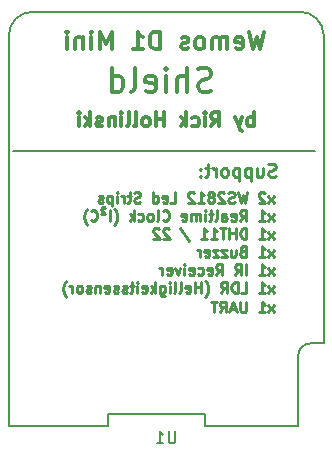
<source format=gbr>
G04 #@! TF.GenerationSoftware,KiCad,Pcbnew,(5.0.0)*
G04 #@! TF.CreationDate,2018-11-11T21:07:20+01:00*
G04 #@! TF.ProjectId,Platine,506C6174696E652E6B696361645F7063,rev?*
G04 #@! TF.SameCoordinates,Original*
G04 #@! TF.FileFunction,Legend,Bot*
G04 #@! TF.FilePolarity,Positive*
%FSLAX46Y46*%
G04 Gerber Fmt 4.6, Leading zero omitted, Abs format (unit mm)*
G04 Created by KiCad (PCBNEW (5.0.0)) date 11/11/18 21:07:20*
%MOMM*%
%LPD*%
G01*
G04 APERTURE LIST*
%ADD10C,0.225000*%
%ADD11C,0.300000*%
%ADD12C,0.200000*%
%ADD13C,0.275000*%
%ADD14C,0.150000*%
G04 APERTURE END LIST*
D10*
X157713178Y-89942142D02*
X157241750Y-89342142D01*
X157713178Y-89342142D02*
X157241750Y-89942142D01*
X156427464Y-89942142D02*
X156941750Y-89942142D01*
X156684607Y-89942142D02*
X156684607Y-89042142D01*
X156770321Y-89170714D01*
X156856035Y-89256428D01*
X156941750Y-89299285D01*
X155356035Y-89042142D02*
X155356035Y-89770714D01*
X155313178Y-89856428D01*
X155270321Y-89899285D01*
X155184607Y-89942142D01*
X155013178Y-89942142D01*
X154927464Y-89899285D01*
X154884607Y-89856428D01*
X154841750Y-89770714D01*
X154841750Y-89042142D01*
X154456035Y-89685000D02*
X154027464Y-89685000D01*
X154541750Y-89942142D02*
X154241750Y-89042142D01*
X153941750Y-89942142D01*
X153127464Y-89942142D02*
X153427464Y-89513571D01*
X153641750Y-89942142D02*
X153641750Y-89042142D01*
X153298892Y-89042142D01*
X153213178Y-89085000D01*
X153170321Y-89127857D01*
X153127464Y-89213571D01*
X153127464Y-89342142D01*
X153170321Y-89427857D01*
X153213178Y-89470714D01*
X153298892Y-89513571D01*
X153641750Y-89513571D01*
X152870321Y-89042142D02*
X152356035Y-89042142D01*
X152613178Y-89942142D02*
X152613178Y-89042142D01*
D11*
X152383595Y-71167523D02*
X152097880Y-71262761D01*
X151621690Y-71262761D01*
X151431214Y-71167523D01*
X151335976Y-71072285D01*
X151240738Y-70881809D01*
X151240738Y-70691333D01*
X151335976Y-70500857D01*
X151431214Y-70405619D01*
X151621690Y-70310380D01*
X152002642Y-70215142D01*
X152193119Y-70119904D01*
X152288357Y-70024666D01*
X152383595Y-69834190D01*
X152383595Y-69643714D01*
X152288357Y-69453238D01*
X152193119Y-69358000D01*
X152002642Y-69262761D01*
X151526452Y-69262761D01*
X151240738Y-69358000D01*
X150383595Y-71262761D02*
X150383595Y-69262761D01*
X149526452Y-71262761D02*
X149526452Y-70215142D01*
X149621690Y-70024666D01*
X149812166Y-69929428D01*
X150097880Y-69929428D01*
X150288357Y-70024666D01*
X150383595Y-70119904D01*
X148574071Y-71262761D02*
X148574071Y-69929428D01*
X148574071Y-69262761D02*
X148669309Y-69358000D01*
X148574071Y-69453238D01*
X148478833Y-69358000D01*
X148574071Y-69262761D01*
X148574071Y-69453238D01*
X146859785Y-71167523D02*
X147050261Y-71262761D01*
X147431214Y-71262761D01*
X147621690Y-71167523D01*
X147716928Y-70977047D01*
X147716928Y-70215142D01*
X147621690Y-70024666D01*
X147431214Y-69929428D01*
X147050261Y-69929428D01*
X146859785Y-70024666D01*
X146764547Y-70215142D01*
X146764547Y-70405619D01*
X147716928Y-70596095D01*
X145621690Y-71262761D02*
X145812166Y-71167523D01*
X145907404Y-70977047D01*
X145907404Y-69262761D01*
X144002642Y-71262761D02*
X144002642Y-69262761D01*
X144002642Y-71167523D02*
X144193119Y-71262761D01*
X144574071Y-71262761D01*
X144764547Y-71167523D01*
X144859785Y-71072285D01*
X144955023Y-70881809D01*
X144955023Y-70310380D01*
X144859785Y-70119904D01*
X144764547Y-70024666D01*
X144574071Y-69929428D01*
X144193119Y-69929428D01*
X144002642Y-70024666D01*
D10*
X157713178Y-88291142D02*
X157241750Y-87691142D01*
X157713178Y-87691142D02*
X157241750Y-88291142D01*
X156427464Y-88291142D02*
X156941750Y-88291142D01*
X156684607Y-88291142D02*
X156684607Y-87391142D01*
X156770321Y-87519714D01*
X156856035Y-87605428D01*
X156941750Y-87648285D01*
X154927464Y-88291142D02*
X155356035Y-88291142D01*
X155356035Y-87391142D01*
X154627464Y-88291142D02*
X154627464Y-87391142D01*
X154413178Y-87391142D01*
X154284607Y-87434000D01*
X154198892Y-87519714D01*
X154156035Y-87605428D01*
X154113178Y-87776857D01*
X154113178Y-87905428D01*
X154156035Y-88076857D01*
X154198892Y-88162571D01*
X154284607Y-88248285D01*
X154413178Y-88291142D01*
X154627464Y-88291142D01*
X153213178Y-88291142D02*
X153513178Y-87862571D01*
X153727464Y-88291142D02*
X153727464Y-87391142D01*
X153384607Y-87391142D01*
X153298892Y-87434000D01*
X153256035Y-87476857D01*
X153213178Y-87562571D01*
X153213178Y-87691142D01*
X153256035Y-87776857D01*
X153298892Y-87819714D01*
X153384607Y-87862571D01*
X153727464Y-87862571D01*
X151884607Y-88634000D02*
X151927464Y-88591142D01*
X152013178Y-88462571D01*
X152056035Y-88376857D01*
X152098892Y-88248285D01*
X152141750Y-88034000D01*
X152141750Y-87862571D01*
X152098892Y-87648285D01*
X152056035Y-87519714D01*
X152013178Y-87434000D01*
X151927464Y-87305428D01*
X151884607Y-87262571D01*
X151541750Y-88291142D02*
X151541750Y-87391142D01*
X151541750Y-87819714D02*
X151027464Y-87819714D01*
X151027464Y-88291142D02*
X151027464Y-87391142D01*
X150256035Y-88248285D02*
X150341750Y-88291142D01*
X150513178Y-88291142D01*
X150598892Y-88248285D01*
X150641750Y-88162571D01*
X150641750Y-87819714D01*
X150598892Y-87734000D01*
X150513178Y-87691142D01*
X150341750Y-87691142D01*
X150256035Y-87734000D01*
X150213178Y-87819714D01*
X150213178Y-87905428D01*
X150641750Y-87991142D01*
X149698892Y-88291142D02*
X149784607Y-88248285D01*
X149827464Y-88162571D01*
X149827464Y-87391142D01*
X149227464Y-88291142D02*
X149313178Y-88248285D01*
X149356035Y-88162571D01*
X149356035Y-87391142D01*
X148884607Y-88291142D02*
X148884607Y-87691142D01*
X148884607Y-87391142D02*
X148927464Y-87434000D01*
X148884607Y-87476857D01*
X148841750Y-87434000D01*
X148884607Y-87391142D01*
X148884607Y-87476857D01*
X148070321Y-87691142D02*
X148070321Y-88419714D01*
X148113178Y-88505428D01*
X148156035Y-88548285D01*
X148241750Y-88591142D01*
X148370321Y-88591142D01*
X148456035Y-88548285D01*
X148070321Y-88248285D02*
X148156035Y-88291142D01*
X148327464Y-88291142D01*
X148413178Y-88248285D01*
X148456035Y-88205428D01*
X148498892Y-88119714D01*
X148498892Y-87862571D01*
X148456035Y-87776857D01*
X148413178Y-87734000D01*
X148327464Y-87691142D01*
X148156035Y-87691142D01*
X148070321Y-87734000D01*
X147641750Y-88291142D02*
X147641750Y-87391142D01*
X147556035Y-87948285D02*
X147298892Y-88291142D01*
X147298892Y-87691142D02*
X147641750Y-88034000D01*
X146570321Y-88248285D02*
X146656035Y-88291142D01*
X146827464Y-88291142D01*
X146913178Y-88248285D01*
X146956035Y-88162571D01*
X146956035Y-87819714D01*
X146913178Y-87734000D01*
X146827464Y-87691142D01*
X146656035Y-87691142D01*
X146570321Y-87734000D01*
X146527464Y-87819714D01*
X146527464Y-87905428D01*
X146956035Y-87991142D01*
X146141750Y-88291142D02*
X146141750Y-87691142D01*
X146141750Y-87391142D02*
X146184607Y-87434000D01*
X146141750Y-87476857D01*
X146098892Y-87434000D01*
X146141750Y-87391142D01*
X146141750Y-87476857D01*
X145841750Y-87691142D02*
X145498892Y-87691142D01*
X145713178Y-87391142D02*
X145713178Y-88162571D01*
X145670321Y-88248285D01*
X145584607Y-88291142D01*
X145498892Y-88291142D01*
X145241750Y-88248285D02*
X145156035Y-88291142D01*
X144984607Y-88291142D01*
X144898892Y-88248285D01*
X144856035Y-88162571D01*
X144856035Y-88119714D01*
X144898892Y-88034000D01*
X144984607Y-87991142D01*
X145113178Y-87991142D01*
X145198892Y-87948285D01*
X145241750Y-87862571D01*
X145241750Y-87819714D01*
X145198892Y-87734000D01*
X145113178Y-87691142D01*
X144984607Y-87691142D01*
X144898892Y-87734000D01*
X144513178Y-88248285D02*
X144427464Y-88291142D01*
X144256035Y-88291142D01*
X144170321Y-88248285D01*
X144127464Y-88162571D01*
X144127464Y-88119714D01*
X144170321Y-88034000D01*
X144256035Y-87991142D01*
X144384607Y-87991142D01*
X144470321Y-87948285D01*
X144513178Y-87862571D01*
X144513178Y-87819714D01*
X144470321Y-87734000D01*
X144384607Y-87691142D01*
X144256035Y-87691142D01*
X144170321Y-87734000D01*
X143398892Y-88248285D02*
X143484607Y-88291142D01*
X143656035Y-88291142D01*
X143741750Y-88248285D01*
X143784607Y-88162571D01*
X143784607Y-87819714D01*
X143741750Y-87734000D01*
X143656035Y-87691142D01*
X143484607Y-87691142D01*
X143398892Y-87734000D01*
X143356035Y-87819714D01*
X143356035Y-87905428D01*
X143784607Y-87991142D01*
X142970321Y-87691142D02*
X142970321Y-88291142D01*
X142970321Y-87776857D02*
X142927464Y-87734000D01*
X142841750Y-87691142D01*
X142713178Y-87691142D01*
X142627464Y-87734000D01*
X142584607Y-87819714D01*
X142584607Y-88291142D01*
X142198892Y-88248285D02*
X142113178Y-88291142D01*
X141941750Y-88291142D01*
X141856035Y-88248285D01*
X141813178Y-88162571D01*
X141813178Y-88119714D01*
X141856035Y-88034000D01*
X141941750Y-87991142D01*
X142070321Y-87991142D01*
X142156035Y-87948285D01*
X142198892Y-87862571D01*
X142198892Y-87819714D01*
X142156035Y-87734000D01*
X142070321Y-87691142D01*
X141941750Y-87691142D01*
X141856035Y-87734000D01*
X141298892Y-88291142D02*
X141384607Y-88248285D01*
X141427464Y-88205428D01*
X141470321Y-88119714D01*
X141470321Y-87862571D01*
X141427464Y-87776857D01*
X141384607Y-87734000D01*
X141298892Y-87691142D01*
X141170321Y-87691142D01*
X141084607Y-87734000D01*
X141041750Y-87776857D01*
X140998892Y-87862571D01*
X140998892Y-88119714D01*
X141041750Y-88205428D01*
X141084607Y-88248285D01*
X141170321Y-88291142D01*
X141298892Y-88291142D01*
X140613178Y-88291142D02*
X140613178Y-87691142D01*
X140613178Y-87862571D02*
X140570321Y-87776857D01*
X140527464Y-87734000D01*
X140441750Y-87691142D01*
X140356035Y-87691142D01*
X140141750Y-88634000D02*
X140098892Y-88591142D01*
X140013178Y-88462571D01*
X139970321Y-88376857D01*
X139927464Y-88248285D01*
X139884607Y-88034000D01*
X139884607Y-87862571D01*
X139927464Y-87648285D01*
X139970321Y-87519714D01*
X140013178Y-87434000D01*
X140098892Y-87305428D01*
X140141750Y-87262571D01*
X157713178Y-86767142D02*
X157241750Y-86167142D01*
X157713178Y-86167142D02*
X157241750Y-86767142D01*
X156427464Y-86767142D02*
X156941750Y-86767142D01*
X156684607Y-86767142D02*
X156684607Y-85867142D01*
X156770321Y-85995714D01*
X156856035Y-86081428D01*
X156941750Y-86124285D01*
X155356035Y-86767142D02*
X155356035Y-85867142D01*
X154413178Y-86767142D02*
X154713178Y-86338571D01*
X154927464Y-86767142D02*
X154927464Y-85867142D01*
X154584607Y-85867142D01*
X154498892Y-85910000D01*
X154456035Y-85952857D01*
X154413178Y-86038571D01*
X154413178Y-86167142D01*
X154456035Y-86252857D01*
X154498892Y-86295714D01*
X154584607Y-86338571D01*
X154927464Y-86338571D01*
X152827464Y-86767142D02*
X153127464Y-86338571D01*
X153341750Y-86767142D02*
X153341750Y-85867142D01*
X152998892Y-85867142D01*
X152913178Y-85910000D01*
X152870321Y-85952857D01*
X152827464Y-86038571D01*
X152827464Y-86167142D01*
X152870321Y-86252857D01*
X152913178Y-86295714D01*
X152998892Y-86338571D01*
X153341750Y-86338571D01*
X152098892Y-86724285D02*
X152184607Y-86767142D01*
X152356035Y-86767142D01*
X152441750Y-86724285D01*
X152484607Y-86638571D01*
X152484607Y-86295714D01*
X152441750Y-86210000D01*
X152356035Y-86167142D01*
X152184607Y-86167142D01*
X152098892Y-86210000D01*
X152056035Y-86295714D01*
X152056035Y-86381428D01*
X152484607Y-86467142D01*
X151284607Y-86724285D02*
X151370321Y-86767142D01*
X151541750Y-86767142D01*
X151627464Y-86724285D01*
X151670321Y-86681428D01*
X151713178Y-86595714D01*
X151713178Y-86338571D01*
X151670321Y-86252857D01*
X151627464Y-86210000D01*
X151541750Y-86167142D01*
X151370321Y-86167142D01*
X151284607Y-86210000D01*
X150556035Y-86724285D02*
X150641750Y-86767142D01*
X150813178Y-86767142D01*
X150898892Y-86724285D01*
X150941750Y-86638571D01*
X150941750Y-86295714D01*
X150898892Y-86210000D01*
X150813178Y-86167142D01*
X150641750Y-86167142D01*
X150556035Y-86210000D01*
X150513178Y-86295714D01*
X150513178Y-86381428D01*
X150941750Y-86467142D01*
X150127464Y-86767142D02*
X150127464Y-86167142D01*
X150127464Y-85867142D02*
X150170321Y-85910000D01*
X150127464Y-85952857D01*
X150084607Y-85910000D01*
X150127464Y-85867142D01*
X150127464Y-85952857D01*
X149784607Y-86167142D02*
X149570321Y-86767142D01*
X149356035Y-86167142D01*
X148670321Y-86724285D02*
X148756035Y-86767142D01*
X148927464Y-86767142D01*
X149013178Y-86724285D01*
X149056035Y-86638571D01*
X149056035Y-86295714D01*
X149013178Y-86210000D01*
X148927464Y-86167142D01*
X148756035Y-86167142D01*
X148670321Y-86210000D01*
X148627464Y-86295714D01*
X148627464Y-86381428D01*
X149056035Y-86467142D01*
X148241750Y-86767142D02*
X148241750Y-86167142D01*
X148241750Y-86338571D02*
X148198892Y-86252857D01*
X148156035Y-86210000D01*
X148070321Y-86167142D01*
X147984607Y-86167142D01*
X157713178Y-85243142D02*
X157241750Y-84643142D01*
X157713178Y-84643142D02*
X157241750Y-85243142D01*
X156427464Y-85243142D02*
X156941750Y-85243142D01*
X156684607Y-85243142D02*
X156684607Y-84343142D01*
X156770321Y-84471714D01*
X156856035Y-84557428D01*
X156941750Y-84600285D01*
X155056035Y-84771714D02*
X154927464Y-84814571D01*
X154884607Y-84857428D01*
X154841750Y-84943142D01*
X154841750Y-85071714D01*
X154884607Y-85157428D01*
X154927464Y-85200285D01*
X155013178Y-85243142D01*
X155356035Y-85243142D01*
X155356035Y-84343142D01*
X155056035Y-84343142D01*
X154970321Y-84386000D01*
X154927464Y-84428857D01*
X154884607Y-84514571D01*
X154884607Y-84600285D01*
X154927464Y-84686000D01*
X154970321Y-84728857D01*
X155056035Y-84771714D01*
X155356035Y-84771714D01*
X154070321Y-84643142D02*
X154070321Y-85243142D01*
X154456035Y-84643142D02*
X154456035Y-85114571D01*
X154413178Y-85200285D01*
X154327464Y-85243142D01*
X154198892Y-85243142D01*
X154113178Y-85200285D01*
X154070321Y-85157428D01*
X153727464Y-84643142D02*
X153256035Y-84643142D01*
X153727464Y-85243142D01*
X153256035Y-85243142D01*
X152998892Y-84643142D02*
X152527464Y-84643142D01*
X152998892Y-85243142D01*
X152527464Y-85243142D01*
X151841750Y-85200285D02*
X151927464Y-85243142D01*
X152098892Y-85243142D01*
X152184607Y-85200285D01*
X152227464Y-85114571D01*
X152227464Y-84771714D01*
X152184607Y-84686000D01*
X152098892Y-84643142D01*
X151927464Y-84643142D01*
X151841750Y-84686000D01*
X151798892Y-84771714D01*
X151798892Y-84857428D01*
X152227464Y-84943142D01*
X151413178Y-85243142D02*
X151413178Y-84643142D01*
X151413178Y-84814571D02*
X151370321Y-84728857D01*
X151327464Y-84686000D01*
X151241750Y-84643142D01*
X151156035Y-84643142D01*
X157713178Y-83719142D02*
X157241750Y-83119142D01*
X157713178Y-83119142D02*
X157241750Y-83719142D01*
X156427464Y-83719142D02*
X156941750Y-83719142D01*
X156684607Y-83719142D02*
X156684607Y-82819142D01*
X156770321Y-82947714D01*
X156856035Y-83033428D01*
X156941750Y-83076285D01*
X155356035Y-83719142D02*
X155356035Y-82819142D01*
X155141750Y-82819142D01*
X155013178Y-82862000D01*
X154927464Y-82947714D01*
X154884607Y-83033428D01*
X154841750Y-83204857D01*
X154841750Y-83333428D01*
X154884607Y-83504857D01*
X154927464Y-83590571D01*
X155013178Y-83676285D01*
X155141750Y-83719142D01*
X155356035Y-83719142D01*
X154456035Y-83719142D02*
X154456035Y-82819142D01*
X154456035Y-83247714D02*
X153941750Y-83247714D01*
X153941750Y-83719142D02*
X153941750Y-82819142D01*
X153641750Y-82819142D02*
X153127464Y-82819142D01*
X153384607Y-83719142D02*
X153384607Y-82819142D01*
X152356035Y-83719142D02*
X152870321Y-83719142D01*
X152613178Y-83719142D02*
X152613178Y-82819142D01*
X152698892Y-82947714D01*
X152784607Y-83033428D01*
X152870321Y-83076285D01*
X151498892Y-83719142D02*
X152013178Y-83719142D01*
X151756035Y-83719142D02*
X151756035Y-82819142D01*
X151841750Y-82947714D01*
X151927464Y-83033428D01*
X152013178Y-83076285D01*
X149784607Y-82776285D02*
X150556035Y-83933428D01*
X148841750Y-82904857D02*
X148798892Y-82862000D01*
X148713178Y-82819142D01*
X148498892Y-82819142D01*
X148413178Y-82862000D01*
X148370321Y-82904857D01*
X148327464Y-82990571D01*
X148327464Y-83076285D01*
X148370321Y-83204857D01*
X148884607Y-83719142D01*
X148327464Y-83719142D01*
X147984607Y-82904857D02*
X147941750Y-82862000D01*
X147856035Y-82819142D01*
X147641750Y-82819142D01*
X147556035Y-82862000D01*
X147513178Y-82904857D01*
X147470321Y-82990571D01*
X147470321Y-83076285D01*
X147513178Y-83204857D01*
X148027464Y-83719142D01*
X147470321Y-83719142D01*
X157713178Y-82195142D02*
X157241750Y-81595142D01*
X157713178Y-81595142D02*
X157241750Y-82195142D01*
X156427464Y-82195142D02*
X156941750Y-82195142D01*
X156684607Y-82195142D02*
X156684607Y-81295142D01*
X156770321Y-81423714D01*
X156856035Y-81509428D01*
X156941750Y-81552285D01*
X154841750Y-82195142D02*
X155141750Y-81766571D01*
X155356035Y-82195142D02*
X155356035Y-81295142D01*
X155013178Y-81295142D01*
X154927464Y-81338000D01*
X154884607Y-81380857D01*
X154841750Y-81466571D01*
X154841750Y-81595142D01*
X154884607Y-81680857D01*
X154927464Y-81723714D01*
X155013178Y-81766571D01*
X155356035Y-81766571D01*
X154113178Y-82152285D02*
X154198892Y-82195142D01*
X154370321Y-82195142D01*
X154456035Y-82152285D01*
X154498892Y-82066571D01*
X154498892Y-81723714D01*
X154456035Y-81638000D01*
X154370321Y-81595142D01*
X154198892Y-81595142D01*
X154113178Y-81638000D01*
X154070321Y-81723714D01*
X154070321Y-81809428D01*
X154498892Y-81895142D01*
X153298892Y-82195142D02*
X153298892Y-81723714D01*
X153341750Y-81638000D01*
X153427464Y-81595142D01*
X153598892Y-81595142D01*
X153684607Y-81638000D01*
X153298892Y-82152285D02*
X153384607Y-82195142D01*
X153598892Y-82195142D01*
X153684607Y-82152285D01*
X153727464Y-82066571D01*
X153727464Y-81980857D01*
X153684607Y-81895142D01*
X153598892Y-81852285D01*
X153384607Y-81852285D01*
X153298892Y-81809428D01*
X152741750Y-82195142D02*
X152827464Y-82152285D01*
X152870321Y-82066571D01*
X152870321Y-81295142D01*
X152527464Y-81595142D02*
X152184607Y-81595142D01*
X152398892Y-81295142D02*
X152398892Y-82066571D01*
X152356035Y-82152285D01*
X152270321Y-82195142D01*
X152184607Y-82195142D01*
X151884607Y-82195142D02*
X151884607Y-81595142D01*
X151884607Y-81295142D02*
X151927464Y-81338000D01*
X151884607Y-81380857D01*
X151841750Y-81338000D01*
X151884607Y-81295142D01*
X151884607Y-81380857D01*
X151456035Y-82195142D02*
X151456035Y-81595142D01*
X151456035Y-81680857D02*
X151413178Y-81638000D01*
X151327464Y-81595142D01*
X151198892Y-81595142D01*
X151113178Y-81638000D01*
X151070321Y-81723714D01*
X151070321Y-82195142D01*
X151070321Y-81723714D02*
X151027464Y-81638000D01*
X150941750Y-81595142D01*
X150813178Y-81595142D01*
X150727464Y-81638000D01*
X150684607Y-81723714D01*
X150684607Y-82195142D01*
X149913178Y-82152285D02*
X149998892Y-82195142D01*
X150170321Y-82195142D01*
X150256035Y-82152285D01*
X150298892Y-82066571D01*
X150298892Y-81723714D01*
X150256035Y-81638000D01*
X150170321Y-81595142D01*
X149998892Y-81595142D01*
X149913178Y-81638000D01*
X149870321Y-81723714D01*
X149870321Y-81809428D01*
X150298892Y-81895142D01*
X148284607Y-82109428D02*
X148327464Y-82152285D01*
X148456035Y-82195142D01*
X148541750Y-82195142D01*
X148670321Y-82152285D01*
X148756035Y-82066571D01*
X148798892Y-81980857D01*
X148841750Y-81809428D01*
X148841750Y-81680857D01*
X148798892Y-81509428D01*
X148756035Y-81423714D01*
X148670321Y-81338000D01*
X148541750Y-81295142D01*
X148456035Y-81295142D01*
X148327464Y-81338000D01*
X148284607Y-81380857D01*
X147770321Y-82195142D02*
X147856035Y-82152285D01*
X147898892Y-82066571D01*
X147898892Y-81295142D01*
X147298892Y-82195142D02*
X147384607Y-82152285D01*
X147427464Y-82109428D01*
X147470321Y-82023714D01*
X147470321Y-81766571D01*
X147427464Y-81680857D01*
X147384607Y-81638000D01*
X147298892Y-81595142D01*
X147170321Y-81595142D01*
X147084607Y-81638000D01*
X147041750Y-81680857D01*
X146998892Y-81766571D01*
X146998892Y-82023714D01*
X147041750Y-82109428D01*
X147084607Y-82152285D01*
X147170321Y-82195142D01*
X147298892Y-82195142D01*
X146227464Y-82152285D02*
X146313178Y-82195142D01*
X146484607Y-82195142D01*
X146570321Y-82152285D01*
X146613178Y-82109428D01*
X146656035Y-82023714D01*
X146656035Y-81766571D01*
X146613178Y-81680857D01*
X146570321Y-81638000D01*
X146484607Y-81595142D01*
X146313178Y-81595142D01*
X146227464Y-81638000D01*
X145841750Y-82195142D02*
X145841750Y-81295142D01*
X145756035Y-81852285D02*
X145498892Y-82195142D01*
X145498892Y-81595142D02*
X145841750Y-81938000D01*
X144170321Y-82538000D02*
X144213178Y-82495142D01*
X144298892Y-82366571D01*
X144341750Y-82280857D01*
X144384607Y-82152285D01*
X144427464Y-81938000D01*
X144427464Y-81766571D01*
X144384607Y-81552285D01*
X144341750Y-81423714D01*
X144298892Y-81338000D01*
X144213178Y-81209428D01*
X144170321Y-81166571D01*
X143827464Y-82195142D02*
X143827464Y-81295142D01*
X143441750Y-81080857D02*
X143356035Y-81038000D01*
X143227464Y-81038000D01*
X143141750Y-81080857D01*
X143098892Y-81166571D01*
X143098892Y-81252285D01*
X143141750Y-81338000D01*
X143441750Y-81638000D01*
X143098892Y-81638000D01*
X142198892Y-82109428D02*
X142241750Y-82152285D01*
X142370321Y-82195142D01*
X142456035Y-82195142D01*
X142584607Y-82152285D01*
X142670321Y-82066571D01*
X142713178Y-81980857D01*
X142756035Y-81809428D01*
X142756035Y-81680857D01*
X142713178Y-81509428D01*
X142670321Y-81423714D01*
X142584607Y-81338000D01*
X142456035Y-81295142D01*
X142370321Y-81295142D01*
X142241750Y-81338000D01*
X142198892Y-81380857D01*
X141898892Y-82538000D02*
X141856035Y-82495142D01*
X141770321Y-82366571D01*
X141727464Y-82280857D01*
X141684607Y-82152285D01*
X141641750Y-81938000D01*
X141641750Y-81766571D01*
X141684607Y-81552285D01*
X141727464Y-81423714D01*
X141770321Y-81338000D01*
X141856035Y-81209428D01*
X141898892Y-81166571D01*
X157713178Y-80671142D02*
X157241750Y-80071142D01*
X157713178Y-80071142D02*
X157241750Y-80671142D01*
X156941750Y-79856857D02*
X156898892Y-79814000D01*
X156813178Y-79771142D01*
X156598892Y-79771142D01*
X156513178Y-79814000D01*
X156470321Y-79856857D01*
X156427464Y-79942571D01*
X156427464Y-80028285D01*
X156470321Y-80156857D01*
X156984607Y-80671142D01*
X156427464Y-80671142D01*
X155441750Y-79771142D02*
X155227464Y-80671142D01*
X155056035Y-80028285D01*
X154884607Y-80671142D01*
X154670321Y-79771142D01*
X154370321Y-80628285D02*
X154241750Y-80671142D01*
X154027464Y-80671142D01*
X153941750Y-80628285D01*
X153898892Y-80585428D01*
X153856035Y-80499714D01*
X153856035Y-80414000D01*
X153898892Y-80328285D01*
X153941750Y-80285428D01*
X154027464Y-80242571D01*
X154198892Y-80199714D01*
X154284607Y-80156857D01*
X154327464Y-80114000D01*
X154370321Y-80028285D01*
X154370321Y-79942571D01*
X154327464Y-79856857D01*
X154284607Y-79814000D01*
X154198892Y-79771142D01*
X153984607Y-79771142D01*
X153856035Y-79814000D01*
X153513178Y-79856857D02*
X153470321Y-79814000D01*
X153384607Y-79771142D01*
X153170321Y-79771142D01*
X153084607Y-79814000D01*
X153041750Y-79856857D01*
X152998892Y-79942571D01*
X152998892Y-80028285D01*
X153041750Y-80156857D01*
X153556035Y-80671142D01*
X152998892Y-80671142D01*
X152484607Y-80156857D02*
X152570321Y-80114000D01*
X152613178Y-80071142D01*
X152656035Y-79985428D01*
X152656035Y-79942571D01*
X152613178Y-79856857D01*
X152570321Y-79814000D01*
X152484607Y-79771142D01*
X152313178Y-79771142D01*
X152227464Y-79814000D01*
X152184607Y-79856857D01*
X152141750Y-79942571D01*
X152141750Y-79985428D01*
X152184607Y-80071142D01*
X152227464Y-80114000D01*
X152313178Y-80156857D01*
X152484607Y-80156857D01*
X152570321Y-80199714D01*
X152613178Y-80242571D01*
X152656035Y-80328285D01*
X152656035Y-80499714D01*
X152613178Y-80585428D01*
X152570321Y-80628285D01*
X152484607Y-80671142D01*
X152313178Y-80671142D01*
X152227464Y-80628285D01*
X152184607Y-80585428D01*
X152141750Y-80499714D01*
X152141750Y-80328285D01*
X152184607Y-80242571D01*
X152227464Y-80199714D01*
X152313178Y-80156857D01*
X151284607Y-80671142D02*
X151798892Y-80671142D01*
X151541750Y-80671142D02*
X151541750Y-79771142D01*
X151627464Y-79899714D01*
X151713178Y-79985428D01*
X151798892Y-80028285D01*
X150941750Y-79856857D02*
X150898892Y-79814000D01*
X150813178Y-79771142D01*
X150598892Y-79771142D01*
X150513178Y-79814000D01*
X150470321Y-79856857D01*
X150427464Y-79942571D01*
X150427464Y-80028285D01*
X150470321Y-80156857D01*
X150984607Y-80671142D01*
X150427464Y-80671142D01*
X148927464Y-80671142D02*
X149356035Y-80671142D01*
X149356035Y-79771142D01*
X148284607Y-80628285D02*
X148370321Y-80671142D01*
X148541750Y-80671142D01*
X148627464Y-80628285D01*
X148670321Y-80542571D01*
X148670321Y-80199714D01*
X148627464Y-80114000D01*
X148541750Y-80071142D01*
X148370321Y-80071142D01*
X148284607Y-80114000D01*
X148241750Y-80199714D01*
X148241750Y-80285428D01*
X148670321Y-80371142D01*
X147470321Y-80671142D02*
X147470321Y-79771142D01*
X147470321Y-80628285D02*
X147556035Y-80671142D01*
X147727464Y-80671142D01*
X147813178Y-80628285D01*
X147856035Y-80585428D01*
X147898892Y-80499714D01*
X147898892Y-80242571D01*
X147856035Y-80156857D01*
X147813178Y-80114000D01*
X147727464Y-80071142D01*
X147556035Y-80071142D01*
X147470321Y-80114000D01*
X146398892Y-80628285D02*
X146270321Y-80671142D01*
X146056035Y-80671142D01*
X145970321Y-80628285D01*
X145927464Y-80585428D01*
X145884607Y-80499714D01*
X145884607Y-80414000D01*
X145927464Y-80328285D01*
X145970321Y-80285428D01*
X146056035Y-80242571D01*
X146227464Y-80199714D01*
X146313178Y-80156857D01*
X146356035Y-80114000D01*
X146398892Y-80028285D01*
X146398892Y-79942571D01*
X146356035Y-79856857D01*
X146313178Y-79814000D01*
X146227464Y-79771142D01*
X146013178Y-79771142D01*
X145884607Y-79814000D01*
X145627464Y-80071142D02*
X145284607Y-80071142D01*
X145498892Y-79771142D02*
X145498892Y-80542571D01*
X145456035Y-80628285D01*
X145370321Y-80671142D01*
X145284607Y-80671142D01*
X144984607Y-80671142D02*
X144984607Y-80071142D01*
X144984607Y-80242571D02*
X144941750Y-80156857D01*
X144898892Y-80114000D01*
X144813178Y-80071142D01*
X144727464Y-80071142D01*
X144427464Y-80671142D02*
X144427464Y-80071142D01*
X144427464Y-79771142D02*
X144470321Y-79814000D01*
X144427464Y-79856857D01*
X144384607Y-79814000D01*
X144427464Y-79771142D01*
X144427464Y-79856857D01*
X143998892Y-80071142D02*
X143998892Y-80971142D01*
X143998892Y-80114000D02*
X143913178Y-80071142D01*
X143741750Y-80071142D01*
X143656035Y-80114000D01*
X143613178Y-80156857D01*
X143570321Y-80242571D01*
X143570321Y-80499714D01*
X143613178Y-80585428D01*
X143656035Y-80628285D01*
X143741750Y-80671142D01*
X143913178Y-80671142D01*
X143998892Y-80628285D01*
X143227464Y-80628285D02*
X143141750Y-80671142D01*
X142970321Y-80671142D01*
X142884607Y-80628285D01*
X142841750Y-80542571D01*
X142841750Y-80499714D01*
X142884607Y-80414000D01*
X142970321Y-80371142D01*
X143098892Y-80371142D01*
X143184607Y-80328285D01*
X143227464Y-80242571D01*
X143227464Y-80199714D01*
X143184607Y-80114000D01*
X143098892Y-80071142D01*
X142970321Y-80071142D01*
X142884607Y-80114000D01*
D12*
X161163000Y-76327000D02*
X135636000Y-76327000D01*
D13*
X157853726Y-78423238D02*
X157696583Y-78475619D01*
X157434678Y-78475619D01*
X157329916Y-78423238D01*
X157277535Y-78370857D01*
X157225154Y-78266095D01*
X157225154Y-78161333D01*
X157277535Y-78056571D01*
X157329916Y-78004190D01*
X157434678Y-77951809D01*
X157644202Y-77899428D01*
X157748964Y-77847047D01*
X157801345Y-77794666D01*
X157853726Y-77689904D01*
X157853726Y-77585142D01*
X157801345Y-77480380D01*
X157748964Y-77428000D01*
X157644202Y-77375619D01*
X157382297Y-77375619D01*
X157225154Y-77428000D01*
X156282297Y-77742285D02*
X156282297Y-78475619D01*
X156753726Y-77742285D02*
X156753726Y-78318476D01*
X156701345Y-78423238D01*
X156596583Y-78475619D01*
X156439440Y-78475619D01*
X156334678Y-78423238D01*
X156282297Y-78370857D01*
X155758488Y-77742285D02*
X155758488Y-78842285D01*
X155758488Y-77794666D02*
X155653726Y-77742285D01*
X155444202Y-77742285D01*
X155339440Y-77794666D01*
X155287059Y-77847047D01*
X155234678Y-77951809D01*
X155234678Y-78266095D01*
X155287059Y-78370857D01*
X155339440Y-78423238D01*
X155444202Y-78475619D01*
X155653726Y-78475619D01*
X155758488Y-78423238D01*
X154763250Y-77742285D02*
X154763250Y-78842285D01*
X154763250Y-77794666D02*
X154658488Y-77742285D01*
X154448964Y-77742285D01*
X154344202Y-77794666D01*
X154291821Y-77847047D01*
X154239440Y-77951809D01*
X154239440Y-78266095D01*
X154291821Y-78370857D01*
X154344202Y-78423238D01*
X154448964Y-78475619D01*
X154658488Y-78475619D01*
X154763250Y-78423238D01*
X153610869Y-78475619D02*
X153715630Y-78423238D01*
X153768011Y-78370857D01*
X153820392Y-78266095D01*
X153820392Y-77951809D01*
X153768011Y-77847047D01*
X153715630Y-77794666D01*
X153610869Y-77742285D01*
X153453726Y-77742285D01*
X153348964Y-77794666D01*
X153296583Y-77847047D01*
X153244202Y-77951809D01*
X153244202Y-78266095D01*
X153296583Y-78370857D01*
X153348964Y-78423238D01*
X153453726Y-78475619D01*
X153610869Y-78475619D01*
X152772773Y-78475619D02*
X152772773Y-77742285D01*
X152772773Y-77951809D02*
X152720392Y-77847047D01*
X152668011Y-77794666D01*
X152563250Y-77742285D01*
X152458488Y-77742285D01*
X152248964Y-77742285D02*
X151829916Y-77742285D01*
X152091821Y-77375619D02*
X152091821Y-78318476D01*
X152039440Y-78423238D01*
X151934678Y-78475619D01*
X151829916Y-78475619D01*
X151463250Y-78370857D02*
X151410869Y-78423238D01*
X151463250Y-78475619D01*
X151515630Y-78423238D01*
X151463250Y-78370857D01*
X151463250Y-78475619D01*
X151463250Y-77794666D02*
X151410869Y-77847047D01*
X151463250Y-77899428D01*
X151515630Y-77847047D01*
X151463250Y-77794666D01*
X151463250Y-77899428D01*
D11*
X155990000Y-74202857D02*
X155990000Y-73002857D01*
X155990000Y-73460000D02*
X155875714Y-73402857D01*
X155647142Y-73402857D01*
X155532857Y-73460000D01*
X155475714Y-73517142D01*
X155418571Y-73631428D01*
X155418571Y-73974285D01*
X155475714Y-74088571D01*
X155532857Y-74145714D01*
X155647142Y-74202857D01*
X155875714Y-74202857D01*
X155990000Y-74145714D01*
X155018571Y-73402857D02*
X154732857Y-74202857D01*
X154447142Y-73402857D02*
X154732857Y-74202857D01*
X154847142Y-74488571D01*
X154904285Y-74545714D01*
X155018571Y-74602857D01*
X152390000Y-74202857D02*
X152790000Y-73631428D01*
X153075714Y-74202857D02*
X153075714Y-73002857D01*
X152618571Y-73002857D01*
X152504285Y-73060000D01*
X152447142Y-73117142D01*
X152390000Y-73231428D01*
X152390000Y-73402857D01*
X152447142Y-73517142D01*
X152504285Y-73574285D01*
X152618571Y-73631428D01*
X153075714Y-73631428D01*
X151875714Y-74202857D02*
X151875714Y-73402857D01*
X151875714Y-73002857D02*
X151932857Y-73060000D01*
X151875714Y-73117142D01*
X151818571Y-73060000D01*
X151875714Y-73002857D01*
X151875714Y-73117142D01*
X150790000Y-74145714D02*
X150904285Y-74202857D01*
X151132857Y-74202857D01*
X151247142Y-74145714D01*
X151304285Y-74088571D01*
X151361428Y-73974285D01*
X151361428Y-73631428D01*
X151304285Y-73517142D01*
X151247142Y-73460000D01*
X151132857Y-73402857D01*
X150904285Y-73402857D01*
X150790000Y-73460000D01*
X150275714Y-74202857D02*
X150275714Y-73002857D01*
X150161428Y-73745714D02*
X149818571Y-74202857D01*
X149818571Y-73402857D02*
X150275714Y-73860000D01*
X148390000Y-74202857D02*
X148390000Y-73002857D01*
X148390000Y-73574285D02*
X147704285Y-73574285D01*
X147704285Y-74202857D02*
X147704285Y-73002857D01*
X146961428Y-74202857D02*
X147075714Y-74145714D01*
X147132857Y-74088571D01*
X147190000Y-73974285D01*
X147190000Y-73631428D01*
X147132857Y-73517142D01*
X147075714Y-73460000D01*
X146961428Y-73402857D01*
X146790000Y-73402857D01*
X146675714Y-73460000D01*
X146618571Y-73517142D01*
X146561428Y-73631428D01*
X146561428Y-73974285D01*
X146618571Y-74088571D01*
X146675714Y-74145714D01*
X146790000Y-74202857D01*
X146961428Y-74202857D01*
X145875714Y-74202857D02*
X145990000Y-74145714D01*
X146047142Y-74031428D01*
X146047142Y-73002857D01*
X145247142Y-74202857D02*
X145361428Y-74145714D01*
X145418571Y-74031428D01*
X145418571Y-73002857D01*
X144790000Y-74202857D02*
X144790000Y-73402857D01*
X144790000Y-73002857D02*
X144847142Y-73060000D01*
X144790000Y-73117142D01*
X144732857Y-73060000D01*
X144790000Y-73002857D01*
X144790000Y-73117142D01*
X144218571Y-73402857D02*
X144218571Y-74202857D01*
X144218571Y-73517142D02*
X144161428Y-73460000D01*
X144047142Y-73402857D01*
X143875714Y-73402857D01*
X143761428Y-73460000D01*
X143704285Y-73574285D01*
X143704285Y-74202857D01*
X143190000Y-74145714D02*
X143075714Y-74202857D01*
X142847142Y-74202857D01*
X142732857Y-74145714D01*
X142675714Y-74031428D01*
X142675714Y-73974285D01*
X142732857Y-73860000D01*
X142847142Y-73802857D01*
X143018571Y-73802857D01*
X143132857Y-73745714D01*
X143190000Y-73631428D01*
X143190000Y-73574285D01*
X143132857Y-73460000D01*
X143018571Y-73402857D01*
X142847142Y-73402857D01*
X142732857Y-73460000D01*
X142161428Y-74202857D02*
X142161428Y-73002857D01*
X142047142Y-73745714D02*
X141704285Y-74202857D01*
X141704285Y-73402857D02*
X142161428Y-73860000D01*
X141190000Y-74202857D02*
X141190000Y-73402857D01*
X141190000Y-73002857D02*
X141247142Y-73060000D01*
X141190000Y-73117142D01*
X141132857Y-73060000D01*
X141190000Y-73002857D01*
X141190000Y-73117142D01*
X156891571Y-66171071D02*
X156534428Y-67671071D01*
X156248714Y-66599642D01*
X155963000Y-67671071D01*
X155605857Y-66171071D01*
X154463000Y-67599642D02*
X154605857Y-67671071D01*
X154891571Y-67671071D01*
X155034428Y-67599642D01*
X155105857Y-67456785D01*
X155105857Y-66885357D01*
X155034428Y-66742500D01*
X154891571Y-66671071D01*
X154605857Y-66671071D01*
X154463000Y-66742500D01*
X154391571Y-66885357D01*
X154391571Y-67028214D01*
X155105857Y-67171071D01*
X153748714Y-67671071D02*
X153748714Y-66671071D01*
X153748714Y-66813928D02*
X153677285Y-66742500D01*
X153534428Y-66671071D01*
X153320142Y-66671071D01*
X153177285Y-66742500D01*
X153105857Y-66885357D01*
X153105857Y-67671071D01*
X153105857Y-66885357D02*
X153034428Y-66742500D01*
X152891571Y-66671071D01*
X152677285Y-66671071D01*
X152534428Y-66742500D01*
X152463000Y-66885357D01*
X152463000Y-67671071D01*
X151534428Y-67671071D02*
X151677285Y-67599642D01*
X151748714Y-67528214D01*
X151820142Y-67385357D01*
X151820142Y-66956785D01*
X151748714Y-66813928D01*
X151677285Y-66742500D01*
X151534428Y-66671071D01*
X151320142Y-66671071D01*
X151177285Y-66742500D01*
X151105857Y-66813928D01*
X151034428Y-66956785D01*
X151034428Y-67385357D01*
X151105857Y-67528214D01*
X151177285Y-67599642D01*
X151320142Y-67671071D01*
X151534428Y-67671071D01*
X150463000Y-67599642D02*
X150320142Y-67671071D01*
X150034428Y-67671071D01*
X149891571Y-67599642D01*
X149820142Y-67456785D01*
X149820142Y-67385357D01*
X149891571Y-67242500D01*
X150034428Y-67171071D01*
X150248714Y-67171071D01*
X150391571Y-67099642D01*
X150463000Y-66956785D01*
X150463000Y-66885357D01*
X150391571Y-66742500D01*
X150248714Y-66671071D01*
X150034428Y-66671071D01*
X149891571Y-66742500D01*
X148034428Y-67671071D02*
X148034428Y-66171071D01*
X147677285Y-66171071D01*
X147463000Y-66242500D01*
X147320142Y-66385357D01*
X147248714Y-66528214D01*
X147177285Y-66813928D01*
X147177285Y-67028214D01*
X147248714Y-67313928D01*
X147320142Y-67456785D01*
X147463000Y-67599642D01*
X147677285Y-67671071D01*
X148034428Y-67671071D01*
X145748714Y-67671071D02*
X146605857Y-67671071D01*
X146177285Y-67671071D02*
X146177285Y-66171071D01*
X146320142Y-66385357D01*
X146463000Y-66528214D01*
X146605857Y-66599642D01*
X143963000Y-67671071D02*
X143963000Y-66171071D01*
X143463000Y-67242500D01*
X142963000Y-66171071D01*
X142963000Y-67671071D01*
X142248714Y-67671071D02*
X142248714Y-66671071D01*
X142248714Y-66171071D02*
X142320142Y-66242500D01*
X142248714Y-66313928D01*
X142177285Y-66242500D01*
X142248714Y-66171071D01*
X142248714Y-66313928D01*
X141534428Y-66671071D02*
X141534428Y-67671071D01*
X141534428Y-66813928D02*
X141463000Y-66742500D01*
X141320142Y-66671071D01*
X141105857Y-66671071D01*
X140963000Y-66742500D01*
X140891571Y-66885357D01*
X140891571Y-67671071D01*
X140177285Y-67671071D02*
X140177285Y-66671071D01*
X140177285Y-66171071D02*
X140248714Y-66242500D01*
X140177285Y-66313928D01*
X140105857Y-66242500D01*
X140177285Y-66171071D01*
X140177285Y-66313928D01*
D14*
G04 #@! TO.C,U1*
X135260000Y-99580000D02*
X135260000Y-66500000D01*
X137260000Y-64500000D02*
X159920000Y-64500000D01*
X161920000Y-66500000D02*
X161920000Y-92580000D01*
X159770000Y-99580000D02*
X151910000Y-99580000D01*
X151910000Y-99580000D02*
X151910000Y-98580000D01*
X151910000Y-98580000D02*
X143690000Y-98580000D01*
X143690000Y-98580000D02*
X143690000Y-99580000D01*
X143690000Y-99580000D02*
X135260001Y-99580000D01*
X159920000Y-64500000D02*
G75*
G02X161920000Y-66500000I0J-2000000D01*
G01*
X135260000Y-66500000D02*
G75*
G02X137260000Y-64500000I2000000J0D01*
G01*
X159770000Y-99580000D02*
X159770000Y-93580000D01*
X159770000Y-93580000D02*
G75*
G02X160770000Y-92580000I1000000J0D01*
G01*
X160760000Y-92580000D02*
X161920000Y-92580000D01*
X161920000Y-92580000D02*
X161920000Y-92580000D01*
X149351904Y-100032380D02*
X149351904Y-100841904D01*
X149304285Y-100937142D01*
X149256666Y-100984761D01*
X149161428Y-101032380D01*
X148970952Y-101032380D01*
X148875714Y-100984761D01*
X148828095Y-100937142D01*
X148780476Y-100841904D01*
X148780476Y-100032380D01*
X147780476Y-101032380D02*
X148351904Y-101032380D01*
X148066190Y-101032380D02*
X148066190Y-100032380D01*
X148161428Y-100175238D01*
X148256666Y-100270476D01*
X148351904Y-100318095D01*
G04 #@! TD*
M02*

</source>
